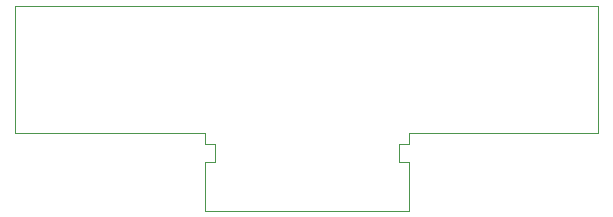
<source format=gbr>
%TF.GenerationSoftware,KiCad,Pcbnew,7.0.9*%
%TF.CreationDate,2023-11-20T12:28:54+01:00*%
%TF.ProjectId,perfboardCard,70657266-626f-4617-9264-436172642e6b,rev?*%
%TF.SameCoordinates,Original*%
%TF.FileFunction,Profile,NP*%
%FSLAX46Y46*%
G04 Gerber Fmt 4.6, Leading zero omitted, Abs format (unit mm)*
G04 Created by KiCad (PCBNEW 7.0.9) date 2023-11-20 12:28:54*
%MOMM*%
%LPD*%
G01*
G04 APERTURE LIST*
%TA.AperFunction,Profile*%
%ADD10C,0.100000*%
%TD*%
%TA.AperFunction,Profile*%
%ADD11C,0.120000*%
%TD*%
G04 APERTURE END LIST*
D10*
X129540000Y-101668000D02*
X129540000Y-90932000D01*
X113527000Y-101668000D02*
X129540000Y-101668000D01*
X80200000Y-101668000D02*
X80200000Y-90932000D01*
X80200000Y-90932000D02*
X129540000Y-90932000D01*
X96277000Y-101668000D02*
X80200000Y-101668000D01*
D11*
%TO.C,J1*%
X96277000Y-102668000D02*
X96277000Y-101668000D01*
X96277000Y-104168000D02*
X97077000Y-104168000D01*
X96277000Y-108318000D02*
X96277000Y-104168000D01*
X96277000Y-108318000D02*
X113527000Y-108318000D01*
X97077000Y-102668000D02*
X96277000Y-102668000D01*
X97077000Y-104168000D02*
X97077000Y-102668000D01*
X112727000Y-102668000D02*
X113527000Y-102668000D01*
X112727000Y-104168000D02*
X112727000Y-102668000D01*
X113527000Y-102668000D02*
X113527000Y-101668000D01*
X113527000Y-104168000D02*
X112727000Y-104168000D01*
X113527000Y-108318000D02*
X113527000Y-104168000D01*
%TD*%
M02*

</source>
